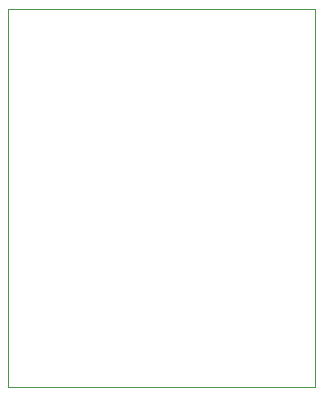
<source format=gbr>
G04 #@! TF.GenerationSoftware,KiCad,Pcbnew,(5.1.5)-3*
G04 #@! TF.CreationDate,2020-05-25T15:33:18-04:00*
G04 #@! TF.ProjectId,vuv4x2,76757634-7832-42e6-9b69-6361645f7063,rev?*
G04 #@! TF.SameCoordinates,Original*
G04 #@! TF.FileFunction,Profile,NP*
%FSLAX46Y46*%
G04 Gerber Fmt 4.6, Leading zero omitted, Abs format (unit mm)*
G04 Created by KiCad (PCBNEW (5.1.5)-3) date 2020-05-25 15:33:18*
%MOMM*%
%LPD*%
G04 APERTURE LIST*
%ADD10C,0.050000*%
G04 APERTURE END LIST*
D10*
X86060000Y-92200000D02*
X86060000Y-60200000D01*
X112060000Y-92200000D02*
X86060000Y-92200000D01*
X112060000Y-60200000D02*
X112060000Y-92200000D01*
X86060000Y-60200000D02*
X112060000Y-60200000D01*
M02*

</source>
